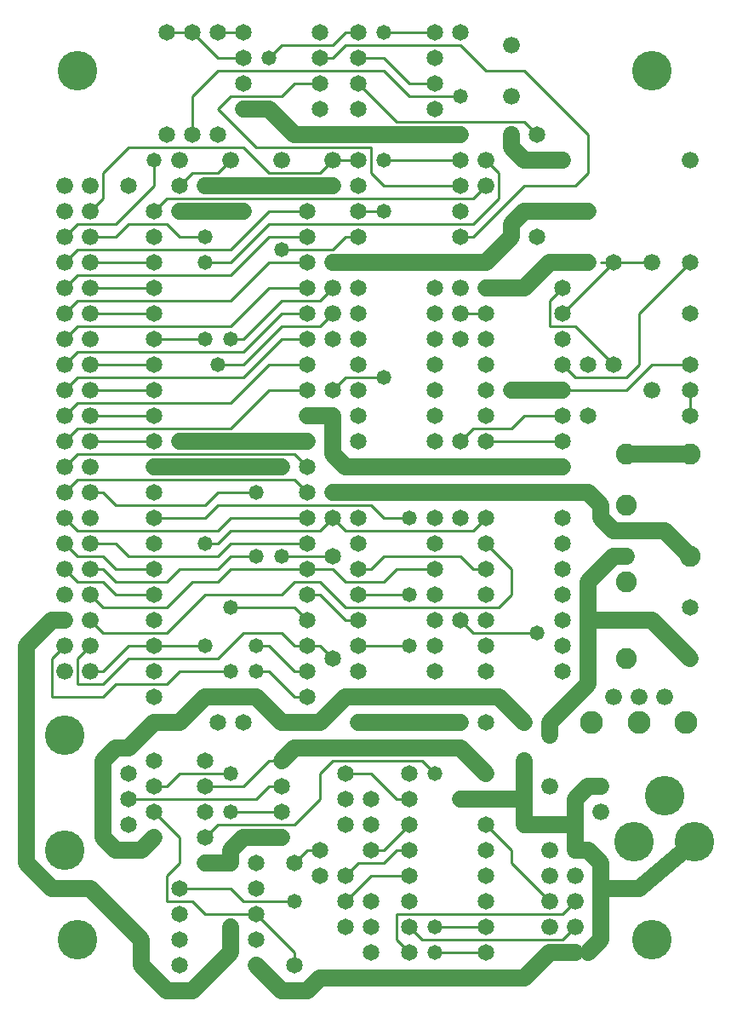
<source format=gbl>
%MOIN*%
%FSLAX25Y25*%
G04 D10 used for Character Trace; *
G04     Circle (OD=.01000) (No hole)*
G04 D11 used for Power Trace; *
G04     Circle (OD=.06700) (No hole)*
G04 D12 used for Signal Trace; *
G04     Circle (OD=.01100) (No hole)*
G04 D13 used for Via; *
G04     Circle (OD=.05800) (Round. Hole ID=.02800)*
G04 D14 used for Component hole; *
G04     Circle (OD=.06500) (Round. Hole ID=.03500)*
G04 D15 used for Component hole; *
G04     Circle (OD=.06600) (Round. Hole ID=.04200)*
G04 D16 used for Component hole; *
G04     Circle (OD=.08200) (Round. Hole ID=.05200)*
G04 D17 used for Component hole; *
G04     Circle (OD=.08950) (Round. Hole ID=.05950)*
G04 D18 used for Component hole; *
G04     Circle (OD=.11600) (Round. Hole ID=.08600)*
G04 D19 used for Component hole; *
G04     Circle (OD=.15500) (Round. Hole ID=.12500)*
G04 D20 used for Component hole; *
G04     Circle (OD=.18200) (Round. Hole ID=.15200)*
G04 D21 used for Component hole; *
G04     Circle (OD=.24300) (Round. Hole ID=.21300)*
%ADD10C,.01000*%
%ADD11C,.06700*%
%ADD12C,.01100*%
%ADD13C,.05800*%
%ADD14C,.06500*%
%ADD15C,.06600*%
%ADD16C,.08200*%
%ADD17C,.08950*%
%ADD18C,.11600*%
%ADD19C,.15500*%
%ADD20C,.18200*%
%ADD21C,.24300*%
%IPPOS*%
%LPD*%
G90*X0Y0D02*D19*X25000Y25000D03*D11*X50000D02*    
X30000Y45000D01*X50000Y15000D02*Y25000D01*        
X60000Y5000D02*X50000Y15000D01*X60000Y5000D02*    
X70000D01*X85000Y20000D01*Y30000D01*D13*D03*D14*  
X95000Y25000D03*D12*X90000Y40000D02*X110000D01*   
D13*D03*D14*X120000Y50000D03*X95000Y55000D03*     
Y45000D03*X110000Y55000D03*D12*X115000Y60000D01*  
X120000D01*D14*D03*X130000Y50000D03*D12*          
X135000Y55000D01*X145000D01*X150000Y60000D01*     
X155000D01*D14*D03*Y70000D03*D12*X145000Y60000D01*
X140000D01*D14*D03*X130000Y70000D03*X140000D03*   
D12*X130000Y40000D02*X140000Y50000D01*D14*        
X130000Y40000D03*X140000Y30000D03*D12*Y50000D02*  
X155000D01*D14*D03*Y40000D03*D12*X150000Y25000D02*
Y35000D01*X155000Y20000D02*X150000Y25000D01*D14*  
X155000Y20000D03*D12*X160000Y25000D02*X215000D01* 
X220000Y30000D01*D15*D03*D12*X150000Y35000D02*    
X215000D01*D14*X155000Y30000D03*D12*              
X160000Y25000D01*D13*X165000Y20000D03*D12*        
X185000D01*D14*D03*D13*X175000Y10000D03*D11*      
X120000D01*D14*D03*D11*X115000Y5000D01*X105000D01*
X95000Y15000D01*D14*D03*X110000D03*D12*Y20000D01* 
X95000Y35000D01*D14*D03*D12*X75000D01*            
X70000Y40000D01*X60000D01*Y50000D01*              
X65000Y55000D01*Y65000D01*X55000Y75000D01*D14*D03*
D12*Y85000D02*X60000D01*D14*X55000D03*D12*        
X60000D02*X65000Y90000D01*X85000D01*D13*D03*D12*  
X75000Y85000D02*X90000D01*D14*X75000D03*D13*      
X85000Y75000D03*D12*X105000D01*D14*D03*D12*       
X80000Y70000D02*X110000D01*X75000Y65000D02*       
X80000Y70000D01*D14*X75000Y65000D03*              
X85000Y55000D03*D11*X75000D01*D13*D03*D12*        
X90000Y40000D02*X85000Y45000D01*X65000D01*D14*D03*
Y35000D03*D11*X40000Y60000D02*X50000D01*X40000D02*
X35000Y65000D01*Y95000D01*X40000Y100000D01*       
X45000D01*D14*D03*D11*X55000Y110000D01*X65000D01* 
X75000Y120000D01*X95000D01*X105000Y110000D01*     
X120000D01*X130000Y120000D01*X190000D01*          
X200000Y110000D01*D13*D03*D15*X210000Y105000D03*  
D11*Y110000D01*X225000Y125000D01*Y150000D01*      
X250000D01*X265000Y135000D01*D14*D03*D15*         
X255000Y120000D03*D14*X265000Y155000D03*D15*      
X245000Y120000D03*D17*Y110000D03*D16*             
X240000Y135000D03*D17*X263500Y110000D03*D15*      
X235000Y120000D03*D16*X240000Y165000D03*D11*      
X225000Y150000D02*Y165000D01*D14*                 
X215000Y160000D03*Y140000D03*Y150000D03*D11*      
X225000Y165000D02*X235000Y175000D01*X240000D01*   
D15*D03*D11*X235000Y185000D02*X255000D01*         
X265000Y175000D01*D16*D03*X240000Y195000D03*D11*  
X235000Y185000D02*X230000Y190000D01*Y195000D01*   
X225000Y200000D01*X195000D01*D13*D03*D11*         
X145000D01*D13*D03*D11*X125000D01*D13*D03*D14*    
X135000Y190000D03*D13*Y210000D03*D11*X130000D01*  
X125000Y215000D01*Y230000D01*D14*D03*D11*         
X115000D01*D14*D03*X125000Y240000D03*D12*         
X130000Y245000D01*X145000D01*D13*D03*D14*         
X135000Y250000D03*Y240000D03*Y230000D03*          
Y260000D03*X165000Y230000D03*X125000Y260000D03*   
X165000Y240000D03*Y250000D03*Y260000D03*          
Y270000D03*D12*X105000Y265000D02*X120000D01*      
X90000Y250000D02*X105000Y265000D01*               
X80000Y250000D02*X90000D01*D13*X80000D03*D12*     
X85000Y260000D02*X90000D01*D13*X85000D03*D12*     
X25000Y255000D02*X90000D01*X20000Y250000D02*      
X25000Y255000D01*D15*X20000Y250000D03*D12*        
Y240000D02*X25000Y245000D01*D15*X20000Y240000D03* 
D12*Y230000D02*X25000Y235000D01*D15*              
X20000Y230000D03*D12*Y220000D02*X25000Y225000D01* 
D15*X20000Y220000D03*D12*Y210000D02*              
X25000Y215000D01*D15*X20000Y210000D03*D12*        
Y200000D02*X25000Y205000D01*D15*X20000Y200000D03* 
D12*X25000Y205000D02*X110000D01*X115000Y200000D01*
D14*D03*X125000Y190000D03*D12*X120000Y185000D01*  
X85000D01*X80000Y180000D01*X75000D01*D13*D03*D12* 
X45000Y175000D02*X80000D01*X45000D02*             
X40000Y180000D01*X30000D01*D15*D03*D12*           
X40000Y170000D02*X35000Y175000D01*                
X40000Y170000D02*X55000D01*D14*D03*D12*           
X40000Y165000D02*X60000D01*X40000D02*             
X35000Y170000D01*X30000D01*D15*D03*D12*           
X40000Y160000D02*X35000Y165000D01*                
X40000Y160000D02*X55000D01*D14*D03*D12*           
X35000Y155000D02*X60000D01*X35000D02*             
X30000Y160000D01*D15*D03*D12*X25000Y165000D02*    
X35000D01*X25000D02*X20000Y170000D01*D15*D03*D12* 
X25000Y175000D02*X35000D01*X25000Y185000D02*      
X80000D01*X85000Y190000D01*X115000D01*D14*D03*D12*
X130000Y185000D02*X125000Y190000D01*              
X130000Y185000D02*X180000D01*X185000Y190000D01*   
D14*D03*X175000D03*X185000Y180000D03*D12*         
X195000Y170000D01*Y160000D01*X190000Y155000D01*   
X130000D01*X120000Y165000D01*X110000D01*          
X105000Y160000D01*X75000D01*X60000Y145000D01*     
X35000D01*X30000Y150000D01*D15*D03*               
X20000Y160000D03*Y140000D03*D12*X15000Y135000D01* 
Y120000D01*X35000D01*X40000Y125000D01*X60000D01*  
X65000Y130000D01*X85000D01*D13*D03*D12*           
X45000Y135000D02*X80000D01*X35000Y125000D02*      
X45000Y135000D01*X25000Y125000D02*X35000D01*      
X25000D02*Y135000D01*X30000Y140000D01*D15*D03*    
X20000Y150000D03*D11*X15000D01*X5000Y140000D01*   
Y55000D01*X15000Y45000D01*X30000D01*D19*          
X20000Y60000D03*D11*X50000D02*X55000Y65000D01*D14*
D03*X45000Y70000D03*Y80000D03*D12*X95000D01*      
X100000Y85000D01*X105000D01*D14*D03*Y95000D03*D12*
X100000D01*X90000Y85000D01*D14*X75000Y95000D03*   
D11*X105000D02*X110000Y100000D01*X120000D01*D14*  
D03*D11*X145000D01*D14*D03*D11*X175000D01*        
X185000Y90000D01*D14*D03*D13*X175000Y80000D03*D11*
X185000D01*D14*D03*D11*X200000D01*Y70000D01*D13*  
D03*D11*X220000D01*Y60000D01*D15*D03*D11*         
X225000D01*X230000Y55000D01*Y45000D01*Y25000D01*  
X225000Y20000D01*D15*X220000D03*D11*X210000D01*   
D15*D03*D11*X200000Y10000D01*X175000D01*D14*      
X185000Y30000D03*D12*X165000D01*D13*D03*D14*      
X185000Y50000D03*Y40000D03*X140000D03*Y20000D03*  
D12*X195000Y55000D02*Y60000D01*X210000Y40000D02*  
X195000Y55000D01*D15*X210000Y40000D03*D12*        
X215000Y35000D02*X220000Y40000D01*D15*D03*        
X210000Y50000D03*Y30000D03*X220000Y50000D03*D11*  
X230000Y45000D02*X245000D01*X266700Y63500D01*D19* 
D03*X255000Y81500D03*X243300Y63500D03*D15*        
X230000Y85000D03*D11*X225000D01*X220000Y80000D01* 
Y70000D01*D15*X210000Y60000D03*X230000Y75000D03*  
X210000Y85000D03*D11*X200000Y80000D02*Y95000D01*  
D15*D03*D14*X185000Y110000D03*D13*X175000D03*D11* 
X165000D01*D14*D03*D11*X145000D01*D14*D03*D11*    
X135000D01*D13*D03*D12*X120000Y90000D02*          
X125000Y95000D01*X120000Y80000D02*Y90000D01*      
X110000Y70000D02*X120000Y80000D01*D14*            
X105000Y65000D03*D11*X90000D01*X85000Y60000D01*   
Y55000D01*D14*X75000Y75000D03*X65000Y25000D03*D12*
X125000Y95000D02*X160000D01*X165000Y90000D01*D13* 
D03*D14*X155000Y80000D03*D12*X150000D01*          
X140000Y90000D01*X130000D01*D14*D03*              
X140000Y80000D03*X130000D03*X155000Y90000D03*     
X115000Y120000D03*D12*X110000D01*                 
X100000Y130000D01*X95000D01*D13*D03*D12*          
X110000D02*X100000Y140000D01*X110000Y130000D02*   
X115000D01*D14*D03*D12*X125000Y135000D02*         
X120000Y140000D01*D14*X125000Y135000D03*D12*      
X115000Y140000D02*X120000D01*D14*X115000D03*D12*  
X110000D01*X105000Y145000D01*X90000D01*           
X80000Y135000D01*D13*X75000Y140000D03*D12*        
X55000D01*D14*D03*D12*X45000D01*X35000Y130000D01* 
X30000D01*D15*D03*X20000D03*D14*X55000Y120000D03* 
D19*X20000Y105000D03*D14*X55000Y130000D03*        
Y150000D03*D12*X60000Y155000D02*X70000Y165000D01* 
X80000D01*X85000Y170000D01*X115000D01*D14*D03*D12*
X125000D01*X130000Y165000D01*X145000D01*          
X150000Y170000D01*X165000D01*D14*D03*D13*         
X155000Y160000D03*D12*X135000D01*D14*D03*D12*     
Y170000D02*X140000D01*D14*X135000D03*D12*         
X140000D02*X145000Y175000D01*X175000D01*          
X180000Y170000D01*X185000D01*D14*D03*Y160000D03*  
X165000Y190000D03*Y150000D03*Y180000D03*          
X175000Y150000D03*D12*X180000Y145000D01*          
X205000D01*D13*D03*D14*X215000Y130000D03*         
X185000Y150000D03*Y140000D03*Y130000D03*          
X215000Y170000D03*Y180000D03*D17*                 
X226500Y110000D03*D14*X165000Y160000D03*          
Y140000D03*Y130000D03*X215000Y190000D03*D13*      
X155000D03*D12*X145000D01*X140000Y195000D01*      
X80000D01*X75000Y190000D01*X55000D01*D14*D03*     
Y200000D03*Y180000D03*D12*X40000Y195000D02*       
X75000D01*X80000Y200000D01*X95000D01*D13*D03*     
X105000Y210000D03*D11*X55000D01*D14*D03*D13*      
X65000Y220000D03*D11*X115000D01*D14*D03*D12*      
Y210000D02*X110000Y215000D01*D14*                 
X115000Y210000D03*D12*X25000Y215000D02*X110000D01*
D15*X30000Y210000D03*Y220000D03*D12*X55000D01*D14*
D03*Y230000D03*D12*X30000D01*D15*D03*D12*         
X25000Y235000D02*X85000D01*X100000Y250000D01*     
X115000D01*D14*D03*D12*X90000Y245000D02*          
X105000Y260000D01*X25000Y245000D02*X90000D01*D15* 
X30000Y240000D03*D12*X55000D01*D14*D03*Y250000D03*
D12*X30000D01*D15*D03*X20000Y260000D03*D12*       
X25000Y265000D01*X85000D01*X100000Y280000D01*     
X115000D01*D14*D03*D12*X105000Y275000D02*         
X120000D01*X90000Y260000D02*X105000Y275000D01*    
X90000Y255000D02*X105000Y270000D01*X115000D01*D14*
D03*D12*X120000Y265000D02*X125000Y270000D01*D15*  
D03*D12*X120000Y275000D02*X125000Y280000D01*D15*  
D03*D14*X135000Y270000D03*X115000Y290000D03*D12*  
X100000D01*X85000Y275000D01*X25000D01*            
X20000Y270000D01*D15*D03*X30000Y260000D03*        
Y280000D03*D12*X55000D01*D14*D03*Y290000D03*D12*  
X30000D01*D15*D03*D12*X20000D02*X25000Y295000D01* 
D15*X20000Y290000D03*D12*Y280000D02*              
X25000Y285000D01*D15*X20000Y280000D03*D12*        
X25000Y285000D02*X85000D01*X100000Y300000D01*     
X115000D01*D14*D03*D15*X125000Y290000D03*D11*     
X185000D01*D14*D03*D11*X195000Y300000D01*D15*D03* 
D11*Y305000D01*X200000Y310000D01*X225000D01*D13*  
D03*D12*X200000Y320000D02*X220000D01*             
X180000Y300000D02*X200000Y320000D01*              
X175000Y300000D02*X180000D01*D14*X175000D03*D12*  
X100000Y305000D02*X180000D01*X85000Y290000D02*    
X100000Y305000D01*X75000Y290000D02*X85000D01*D13* 
X75000D03*D12*X65000Y300000D02*X75000D01*D13*D03* 
X65000Y310000D03*D11*X90000D01*D13*D03*D12*       
X85000Y295000D02*X100000Y310000D01*               
X25000Y295000D02*X85000D01*D15*X30000Y300000D03*  
D12*X40000D01*X45000Y305000D01*X60000D01*         
X65000Y300000D01*D14*X55000Y310000D03*D12*        
X60000Y315000D01*X180000D01*X185000Y320000D01*D15*
D03*D12*X180000Y305000D02*X190000Y315000D01*D14*  
X175000Y310000D03*D12*X190000Y315000D02*          
Y325000D01*X185000Y330000D01*D15*D03*             
X195000Y340000D03*D11*Y335000D01*                 
X200000Y330000D01*X215000D01*D15*D03*D12*         
X225000Y325000D02*Y340000D01*X220000Y320000D02*   
X225000Y325000D01*D14*X205000Y300000D03*D12*      
X225000Y340000D02*X200000Y365000D01*X185000D01*   
X175000Y375000D01*X130000D01*X125000Y370000D01*   
X120000D01*D14*D03*D12*X105000Y375000D02*         
X125000D01*X100000Y370000D02*X105000Y375000D01*   
D13*X100000Y370000D03*D12*X105000Y355000D02*      
X110000Y360000D01*X85000Y355000D02*X105000D01*    
X80000Y350000D02*X85000Y355000D01*                
X95000Y335000D02*X80000Y350000D01*                
X95000Y335000D02*X140000D01*Y325000D01*           
X145000Y320000D01*X175000D01*D14*D03*Y330000D03*  
D12*X145000D01*D13*D03*D14*X135000Y320000D03*D13* 
X145000Y340000D03*D11*X110000D01*                 
X100000Y350000D01*X90000D01*D14*D03*              
X80000Y340000D03*X90000Y360000D03*D12*            
X100000Y325000D02*X90000Y335000D01*               
X100000Y325000D02*X120000D01*X125000Y330000D01*   
D15*D03*D12*X135000D01*D14*D03*D11*               
X145000Y340000D02*X175000D01*D14*D03*             
X165000Y350000D03*D13*X175000Y355000D03*D12*      
X155000D01*X145000Y365000D01*X80000D01*           
X70000Y355000D01*Y340000D01*D14*D03*D15*          
X65000Y330000D03*D14*X60000Y340000D03*D15*        
X85000Y330000D03*D12*X80000Y325000D01*X70000D01*  
X65000Y320000D01*D14*D03*D13*X55000Y330000D03*D12*
Y320000D01*X40000Y305000D01*X25000D01*            
X20000Y300000D01*D15*D03*X30000Y310000D03*D12*    
X35000Y315000D01*Y325000D01*X45000Y335000D01*     
X90000D01*D15*X75000Y320000D03*D11*X115000D01*D15*
D03*D11*X125000D01*D13*D03*D14*X135000Y310000D03* 
D12*X145000D01*D13*D03*D14*X135000Y300000D03*D12* 
X130000D01*X125000Y295000D01*X105000D01*D13*D03*  
D14*X115000Y310000D03*D12*X100000D01*D15*         
X105000Y330000D03*D14*X135000Y280000D03*          
Y350000D03*X120000D03*X55000Y300000D03*Y270000D03*
D12*X30000D01*D15*D03*D14*X55000Y260000D03*D12*   
X75000D01*D13*D03*D12*X85000Y225000D02*           
X100000Y240000D01*X25000Y225000D02*X85000D01*D15* 
X30000Y200000D03*D12*X35000D01*X40000Y195000D01*  
D15*X30000Y190000D03*D12*X25000Y185000D02*        
X20000Y190000D01*D15*D03*Y180000D03*D12*          
X25000Y175000D01*X60000Y165000D02*                
X65000Y170000D01*X80000D01*X85000Y175000D01*      
X95000D01*D13*D03*D12*X80000D02*X85000Y180000D01* 
X115000D01*D14*D03*X125000Y175000D03*D12*         
X105000D01*D13*D03*D12*X130000Y150000D02*         
X120000Y160000D01*X130000Y150000D02*X135000D01*   
D14*D03*Y140000D03*D12*X155000D01*D13*D03*D14*    
X135000Y130000D03*D12*X115000Y160000D02*          
X120000D01*D14*X115000D03*D12*Y150000D02*         
X110000Y155000D01*D14*X115000Y150000D03*D12*      
X85000Y155000D02*X110000D01*D13*X85000D03*D12*    
X95000Y140000D02*X100000D01*D13*X95000D03*D14*    
X80000Y110000D03*X90000D03*X135000Y180000D03*     
X55000Y95000D03*X45000Y90000D03*D13*              
X165000Y210000D03*D11*X155000D01*D13*D03*D11*     
X135000D01*D14*Y220000D03*D11*X165000Y210000D02*  
X215000D01*D13*D03*D14*Y220000D03*D12*X185000D01* 
D14*D03*D12*X175000D02*X180000Y225000D01*D14*     
X175000Y220000D03*D12*X180000Y225000D02*          
X195000D01*X200000Y230000D01*X215000D01*D14*D03*  
X225000D03*X215000Y240000D03*D11*X195000D01*D13*  
D03*D14*X185000Y250000D03*Y230000D03*Y240000D03*  
X215000Y260000D03*X175000D03*D12*                 
X215000Y240000D02*X240000D01*X250000Y250000D01*   
X265000D01*D14*D03*Y240000D03*D12*Y230000D01*D14* 
D03*D15*X250000Y240000D03*D16*X265000Y215000D03*  
D11*X240000D01*D16*D03*D12*X220000Y245000D02*     
X240000D01*X220000D02*X215000Y250000D01*D14*D03*  
X225000D03*D12*X235000D02*X220000Y265000D01*D14*  
X235000Y250000D03*D12*X240000Y245000D02*          
X245000Y250000D01*Y270000D01*X265000Y290000D01*   
D14*D03*D15*X250000D03*D12*X235000D01*D14*D03*D12*
X215000Y270000D01*D14*D03*D12*X210000Y265000D02*  
X220000D01*X210000D02*Y275000D01*                 
X215000Y280000D01*D14*D03*X225000Y290000D03*D11*  
X215000D01*D14*D03*D11*X210000D01*                
X200000Y280000D01*X185000D01*D14*D03*D15*         
X175000Y270000D03*D12*X185000D01*D14*D03*D15*     
X175000Y280000D03*D14*X185000Y260000D03*          
X165000Y280000D03*D12*X230000Y290000D02*          
X235000D01*D14*X265000Y270000D03*D15*Y330000D03*  
D14*X205000Y340000D03*D12*X200000Y345000D01*      
X150000D01*X135000Y360000D01*D14*D03*D12*         
X155000D02*X145000Y370000D01*X155000Y360000D02*   
X165000D01*D14*D03*Y370000D03*D13*                
X145000Y380000D03*D12*X165000D01*D14*D03*         
X175000D03*D12*X135000Y370000D02*X145000D01*D14*  
X135000D03*D12*X125000Y375000D02*                 
X130000Y380000D01*X135000D01*D14*D03*X120000D03*  
Y360000D03*D12*X110000D01*D14*X90000Y380000D03*   
D12*X80000D01*D14*D03*X90000Y370000D03*D12*       
X80000D01*X70000Y380000D01*D14*D03*D12*X60000D01* 
D14*D03*D19*X25000Y365000D03*D15*X20000Y320000D03*
X30000D03*D14*X45000D03*D15*X20000Y310000D03*D12* 
X105000Y260000D02*X115000D01*D14*D03*D12*         
X100000Y240000D02*X115000D01*D14*D03*             
X165000Y220000D03*D15*X195000Y355000D03*          
Y375000D03*D19*X250000Y365000D03*D14*             
X185000Y70000D03*D12*X195000Y60000D01*D14*        
X185000D03*D19*X250000Y25000D03*D14*              
X130000Y30000D03*X65000Y15000D03*M02*             

</source>
